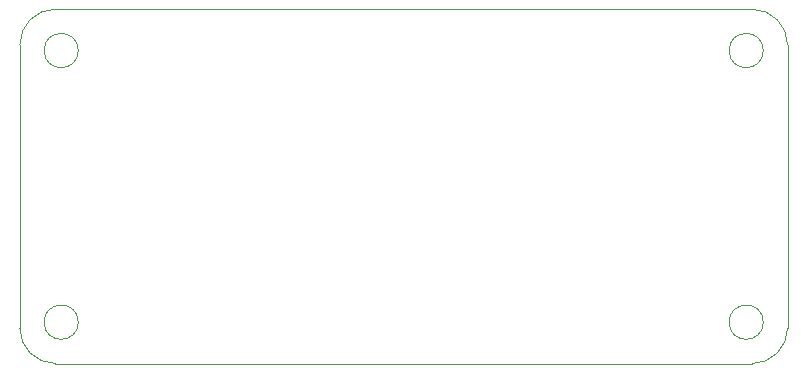
<source format=gbr>
G04 #@! TF.FileFunction,Profile,NP*
%FSLAX46Y46*%
G04 Gerber Fmt 4.6, Leading zero omitted, Abs format (unit mm)*
G04 Created by KiCad (PCBNEW 4.0.2+dfsg1-stable) date ថ្ងៃ​ព្រហស្បតិ៍ ថ្ងៃ 15 ខែ មិនា ឆ្នាំ  2018, 15 ម៉ោង m នាទី 55 វិនាទី​*
%MOMM*%
G01*
G04 APERTURE LIST*
%ADD10C,0.100000*%
G04 APERTURE END LIST*
D10*
X121135000Y-120540000D02*
X121135000Y-96540000D01*
X184085000Y-97040000D02*
G75*
G03X184085000Y-97040000I-1450000J0D01*
G01*
X124135000Y-93540000D02*
X183135000Y-93540000D01*
X186135000Y-96540000D02*
X186135000Y-120540000D01*
X121135000Y-96540000D02*
G75*
G02X124135000Y-93540000I3000000J0D01*
G01*
X124135000Y-123540000D02*
G75*
G02X121135000Y-120540000I0J3000000D01*
G01*
X126085000Y-120040000D02*
G75*
G03X126085000Y-120040000I-1450000J0D01*
G01*
X126085000Y-97040000D02*
G75*
G03X126085000Y-97040000I-1450000J0D01*
G01*
X186135000Y-120540000D02*
G75*
G02X183135000Y-123540000I-3000000J0D01*
G01*
X184085000Y-120040000D02*
G75*
G03X184085000Y-120040000I-1450000J0D01*
G01*
X183135000Y-123540000D02*
X124135000Y-123540000D01*
X183135000Y-93540000D02*
G75*
G02X186135000Y-96540000I0J-3000000D01*
G01*
M02*

</source>
